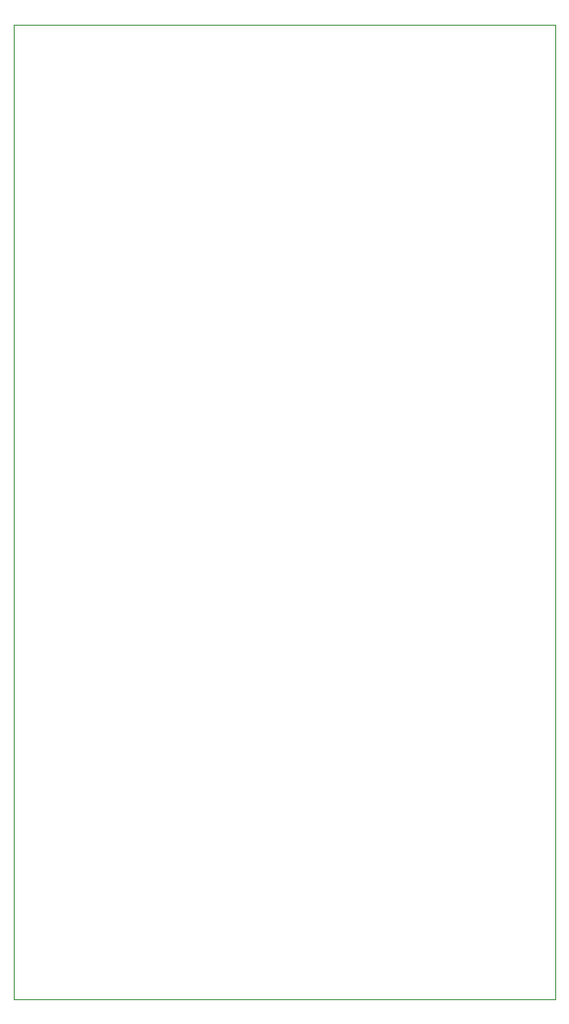
<source format=gbr>
%TF.GenerationSoftware,KiCad,Pcbnew,6.0.5+dfsg-1~bpo11+1*%
%TF.CreationDate,2023-01-21T12:00:44+00:00*%
%TF.ProjectId,nascontrol-remote,6e617363-6f6e-4747-926f-6c2d72656d6f,rev?*%
%TF.SameCoordinates,Original*%
%TF.FileFunction,Profile,NP*%
%FSLAX46Y46*%
G04 Gerber Fmt 4.6, Leading zero omitted, Abs format (unit mm)*
G04 Created by KiCad (PCBNEW 6.0.5+dfsg-1~bpo11+1) date 2023-01-21 12:00:44*
%MOMM*%
%LPD*%
G01*
G04 APERTURE LIST*
%TA.AperFunction,Profile*%
%ADD10C,0.100000*%
%TD*%
G04 APERTURE END LIST*
D10*
X140000000Y-150000000D02*
X150000000Y-150000000D01*
X100000000Y-60000000D02*
X100000000Y-150000000D01*
X150000000Y-60000000D02*
X100000000Y-60000000D01*
X150000000Y-150000000D02*
X150000000Y-60000000D01*
X100000000Y-150000000D02*
X140000000Y-150000000D01*
M02*

</source>
